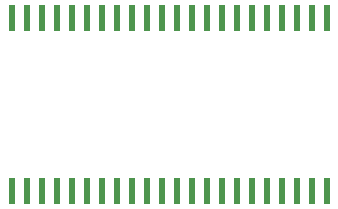
<source format=gbr>
G04 EAGLE Gerber RS-274X export*
G75*
%MOMM*%
%FSLAX34Y34*%
%LPD*%
%INSolderpaste Bottom*%
%IPPOS*%
%AMOC8*
5,1,8,0,0,1.08239X$1,22.5*%
G01*
G04 Define Apertures*
%ADD10R,0.600000X2.200000*%
D10*
X565150Y320300D03*
X425450Y320300D03*
X577850Y320300D03*
X552450Y320300D03*
X539750Y320300D03*
X412750Y320300D03*
X438150Y320300D03*
X450850Y320300D03*
X514350Y320300D03*
X476250Y320300D03*
X527050Y320300D03*
X501650Y320300D03*
X463550Y320300D03*
X488950Y320300D03*
X400050Y320300D03*
X387350Y320300D03*
X374650Y320300D03*
X361950Y320300D03*
X349250Y320300D03*
X336550Y320300D03*
X323850Y320300D03*
X311150Y320300D03*
X311150Y467100D03*
X323850Y467100D03*
X336550Y467100D03*
X349250Y467100D03*
X361950Y467100D03*
X374650Y467100D03*
X387350Y467100D03*
X400050Y467100D03*
X412750Y467100D03*
X425450Y467100D03*
X438150Y467100D03*
X450850Y467100D03*
X463550Y467100D03*
X476250Y467100D03*
X488950Y467100D03*
X501650Y467100D03*
X514350Y467100D03*
X527050Y467100D03*
X539750Y467100D03*
X552450Y467100D03*
X565150Y467100D03*
X577850Y467100D03*
M02*

</source>
